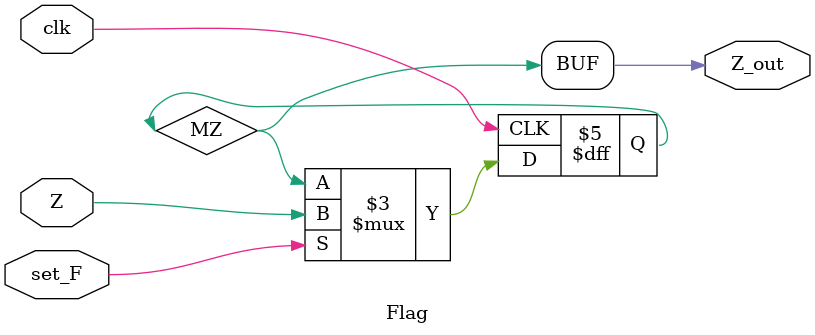
<source format=v>
`timescale 1ns / 1ps
module Flag(clk,Z,Z_out,set_F);

   input clk,Z,set_F;
   output Z_out;   
   reg  MZ;
	
	always @ (posedge clk) begin
	  if (set_F)
	     MZ = Z;
	end
	
	assign Z_out = MZ;
	
endmodule

</source>
